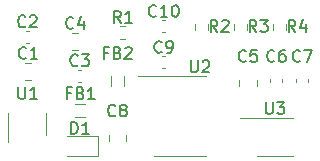
<source format=gto>
G04 #@! TF.GenerationSoftware,KiCad,Pcbnew,5.1.10-88a1d61d58~88~ubuntu20.04.1*
G04 #@! TF.CreationDate,2021-06-12T08:26:13-04:00*
G04 #@! TF.ProjectId,stm32l0_mod_source,73746d33-326c-4305-9f6d-6f645f736f75,rev?*
G04 #@! TF.SameCoordinates,Original*
G04 #@! TF.FileFunction,Legend,Top*
G04 #@! TF.FilePolarity,Positive*
%FSLAX46Y46*%
G04 Gerber Fmt 4.6, Leading zero omitted, Abs format (unit mm)*
G04 Created by KiCad (PCBNEW 5.1.10-88a1d61d58~88~ubuntu20.04.1) date 2021-06-12 08:26:13*
%MOMM*%
%LPD*%
G01*
G04 APERTURE LIST*
%ADD10C,0.120000*%
%ADD11C,0.150000*%
%ADD12O,1.700000X1.700000*%
%ADD13R,1.700000X1.700000*%
%ADD14R,0.600000X0.450000*%
%ADD15R,0.650000X1.060000*%
G04 APERTURE END LIST*
D10*
X94981500Y-48212742D02*
X94981500Y-48687258D01*
X96026500Y-48212742D02*
X96026500Y-48687258D01*
X91679500Y-48213742D02*
X91679500Y-48688258D01*
X92724500Y-48213742D02*
X92724500Y-48688258D01*
X88377500Y-48213742D02*
X88377500Y-48688258D01*
X89422500Y-48213742D02*
X89422500Y-48688258D01*
X82470258Y-48372500D02*
X81995742Y-48372500D01*
X82470258Y-49417500D02*
X81995742Y-49417500D01*
X81053000Y-57584748D02*
X81053000Y-58107252D01*
X82523000Y-57584748D02*
X82523000Y-58107252D01*
X85571420Y-48897000D02*
X85852580Y-48897000D01*
X85571420Y-47877000D02*
X85852580Y-47877000D01*
X85571420Y-51945000D02*
X85852580Y-51945000D01*
X85571420Y-50925000D02*
X85852580Y-50925000D01*
X96899000Y-52805420D02*
X96899000Y-53086580D01*
X97919000Y-52805420D02*
X97919000Y-53086580D01*
X94740000Y-52805420D02*
X94740000Y-53086580D01*
X95760000Y-52805420D02*
X95760000Y-53086580D01*
X92102000Y-52890748D02*
X92102000Y-53413252D01*
X93572000Y-52890748D02*
X93572000Y-53413252D01*
X77970748Y-50392000D02*
X78493252Y-50392000D01*
X77970748Y-48922000D02*
X78493252Y-48922000D01*
X78459420Y-53088000D02*
X78740580Y-53088000D01*
X78459420Y-52068000D02*
X78740580Y-52068000D01*
X74014420Y-49786000D02*
X74295580Y-49786000D01*
X74014420Y-48766000D02*
X74295580Y-48766000D01*
X73972748Y-52932000D02*
X74495252Y-52932000D01*
X73972748Y-51462000D02*
X74495252Y-51462000D01*
X87122000Y-52622000D02*
X83522000Y-52622000D01*
X87122000Y-52622000D02*
X89322000Y-52622000D01*
X87122000Y-59392000D02*
X84922000Y-59392000D01*
X87122000Y-59392000D02*
X89322000Y-59392000D01*
X95123000Y-56175000D02*
X92198000Y-56175000D01*
X95123000Y-56175000D02*
X96623000Y-56175000D01*
X95123000Y-59395000D02*
X93623000Y-59395000D01*
X95123000Y-59395000D02*
X96623000Y-59395000D01*
X80113000Y-59397000D02*
X77563000Y-59397000D01*
X80113000Y-57697000D02*
X77563000Y-57697000D01*
X80113000Y-59397000D02*
X80113000Y-57697000D01*
X72558000Y-55742000D02*
X72558000Y-58192000D01*
X75778000Y-57542000D02*
X75778000Y-55742000D01*
X82348000Y-53405122D02*
X82348000Y-52605878D01*
X81228000Y-53405122D02*
X81228000Y-52605878D01*
X78213378Y-56059000D02*
X79012622Y-56059000D01*
X78213378Y-54939000D02*
X79012622Y-54939000D01*
D11*
X96861333Y-48839380D02*
X96528000Y-48363190D01*
X96289904Y-48839380D02*
X96289904Y-47839380D01*
X96670857Y-47839380D01*
X96766095Y-47887000D01*
X96813714Y-47934619D01*
X96861333Y-48029857D01*
X96861333Y-48172714D01*
X96813714Y-48267952D01*
X96766095Y-48315571D01*
X96670857Y-48363190D01*
X96289904Y-48363190D01*
X97718476Y-48172714D02*
X97718476Y-48839380D01*
X97480380Y-47791761D02*
X97242285Y-48506047D01*
X97861333Y-48506047D01*
X93559333Y-48839380D02*
X93226000Y-48363190D01*
X92987904Y-48839380D02*
X92987904Y-47839380D01*
X93368857Y-47839380D01*
X93464095Y-47887000D01*
X93511714Y-47934619D01*
X93559333Y-48029857D01*
X93559333Y-48172714D01*
X93511714Y-48267952D01*
X93464095Y-48315571D01*
X93368857Y-48363190D01*
X92987904Y-48363190D01*
X93892666Y-47839380D02*
X94511714Y-47839380D01*
X94178380Y-48220333D01*
X94321238Y-48220333D01*
X94416476Y-48267952D01*
X94464095Y-48315571D01*
X94511714Y-48410809D01*
X94511714Y-48648904D01*
X94464095Y-48744142D01*
X94416476Y-48791761D01*
X94321238Y-48839380D01*
X94035523Y-48839380D01*
X93940285Y-48791761D01*
X93892666Y-48744142D01*
X90257333Y-48839380D02*
X89924000Y-48363190D01*
X89685904Y-48839380D02*
X89685904Y-47839380D01*
X90066857Y-47839380D01*
X90162095Y-47887000D01*
X90209714Y-47934619D01*
X90257333Y-48029857D01*
X90257333Y-48172714D01*
X90209714Y-48267952D01*
X90162095Y-48315571D01*
X90066857Y-48363190D01*
X89685904Y-48363190D01*
X90638285Y-47934619D02*
X90685904Y-47887000D01*
X90781142Y-47839380D01*
X91019238Y-47839380D01*
X91114476Y-47887000D01*
X91162095Y-47934619D01*
X91209714Y-48029857D01*
X91209714Y-48125095D01*
X91162095Y-48267952D01*
X90590666Y-48839380D01*
X91209714Y-48839380D01*
X82066333Y-48077380D02*
X81733000Y-47601190D01*
X81494904Y-48077380D02*
X81494904Y-47077380D01*
X81875857Y-47077380D01*
X81971095Y-47125000D01*
X82018714Y-47172619D01*
X82066333Y-47267857D01*
X82066333Y-47410714D01*
X82018714Y-47505952D01*
X81971095Y-47553571D01*
X81875857Y-47601190D01*
X81494904Y-47601190D01*
X83018714Y-48077380D02*
X82447285Y-48077380D01*
X82733000Y-48077380D02*
X82733000Y-47077380D01*
X82637761Y-47220238D01*
X82542523Y-47315476D01*
X82447285Y-47363095D01*
X81621333Y-55917142D02*
X81573714Y-55964761D01*
X81430857Y-56012380D01*
X81335619Y-56012380D01*
X81192761Y-55964761D01*
X81097523Y-55869523D01*
X81049904Y-55774285D01*
X81002285Y-55583809D01*
X81002285Y-55440952D01*
X81049904Y-55250476D01*
X81097523Y-55155238D01*
X81192761Y-55060000D01*
X81335619Y-55012380D01*
X81430857Y-55012380D01*
X81573714Y-55060000D01*
X81621333Y-55107619D01*
X82192761Y-55440952D02*
X82097523Y-55393333D01*
X82049904Y-55345714D01*
X82002285Y-55250476D01*
X82002285Y-55202857D01*
X82049904Y-55107619D01*
X82097523Y-55060000D01*
X82192761Y-55012380D01*
X82383238Y-55012380D01*
X82478476Y-55060000D01*
X82526095Y-55107619D01*
X82573714Y-55202857D01*
X82573714Y-55250476D01*
X82526095Y-55345714D01*
X82478476Y-55393333D01*
X82383238Y-55440952D01*
X82192761Y-55440952D01*
X82097523Y-55488571D01*
X82049904Y-55536190D01*
X82002285Y-55631428D01*
X82002285Y-55821904D01*
X82049904Y-55917142D01*
X82097523Y-55964761D01*
X82192761Y-56012380D01*
X82383238Y-56012380D01*
X82478476Y-55964761D01*
X82526095Y-55917142D01*
X82573714Y-55821904D01*
X82573714Y-55631428D01*
X82526095Y-55536190D01*
X82478476Y-55488571D01*
X82383238Y-55440952D01*
X85069142Y-47474142D02*
X85021523Y-47521761D01*
X84878666Y-47569380D01*
X84783428Y-47569380D01*
X84640571Y-47521761D01*
X84545333Y-47426523D01*
X84497714Y-47331285D01*
X84450095Y-47140809D01*
X84450095Y-46997952D01*
X84497714Y-46807476D01*
X84545333Y-46712238D01*
X84640571Y-46617000D01*
X84783428Y-46569380D01*
X84878666Y-46569380D01*
X85021523Y-46617000D01*
X85069142Y-46664619D01*
X86021523Y-47569380D02*
X85450095Y-47569380D01*
X85735809Y-47569380D02*
X85735809Y-46569380D01*
X85640571Y-46712238D01*
X85545333Y-46807476D01*
X85450095Y-46855095D01*
X86640571Y-46569380D02*
X86735809Y-46569380D01*
X86831047Y-46617000D01*
X86878666Y-46664619D01*
X86926285Y-46759857D01*
X86973904Y-46950333D01*
X86973904Y-47188428D01*
X86926285Y-47378904D01*
X86878666Y-47474142D01*
X86831047Y-47521761D01*
X86735809Y-47569380D01*
X86640571Y-47569380D01*
X86545333Y-47521761D01*
X86497714Y-47474142D01*
X86450095Y-47378904D01*
X86402476Y-47188428D01*
X86402476Y-46950333D01*
X86450095Y-46759857D01*
X86497714Y-46664619D01*
X86545333Y-46617000D01*
X86640571Y-46569380D01*
X85545333Y-50522142D02*
X85497714Y-50569761D01*
X85354857Y-50617380D01*
X85259619Y-50617380D01*
X85116761Y-50569761D01*
X85021523Y-50474523D01*
X84973904Y-50379285D01*
X84926285Y-50188809D01*
X84926285Y-50045952D01*
X84973904Y-49855476D01*
X85021523Y-49760238D01*
X85116761Y-49665000D01*
X85259619Y-49617380D01*
X85354857Y-49617380D01*
X85497714Y-49665000D01*
X85545333Y-49712619D01*
X86021523Y-50617380D02*
X86212000Y-50617380D01*
X86307238Y-50569761D01*
X86354857Y-50522142D01*
X86450095Y-50379285D01*
X86497714Y-50188809D01*
X86497714Y-49807857D01*
X86450095Y-49712619D01*
X86402476Y-49665000D01*
X86307238Y-49617380D01*
X86116761Y-49617380D01*
X86021523Y-49665000D01*
X85973904Y-49712619D01*
X85926285Y-49807857D01*
X85926285Y-50045952D01*
X85973904Y-50141190D01*
X86021523Y-50188809D01*
X86116761Y-50236428D01*
X86307238Y-50236428D01*
X86402476Y-50188809D01*
X86450095Y-50141190D01*
X86497714Y-50045952D01*
X97242333Y-51284142D02*
X97194714Y-51331761D01*
X97051857Y-51379380D01*
X96956619Y-51379380D01*
X96813761Y-51331761D01*
X96718523Y-51236523D01*
X96670904Y-51141285D01*
X96623285Y-50950809D01*
X96623285Y-50807952D01*
X96670904Y-50617476D01*
X96718523Y-50522238D01*
X96813761Y-50427000D01*
X96956619Y-50379380D01*
X97051857Y-50379380D01*
X97194714Y-50427000D01*
X97242333Y-50474619D01*
X97575666Y-50379380D02*
X98242333Y-50379380D01*
X97813761Y-51379380D01*
X95083333Y-51284142D02*
X95035714Y-51331761D01*
X94892857Y-51379380D01*
X94797619Y-51379380D01*
X94654761Y-51331761D01*
X94559523Y-51236523D01*
X94511904Y-51141285D01*
X94464285Y-50950809D01*
X94464285Y-50807952D01*
X94511904Y-50617476D01*
X94559523Y-50522238D01*
X94654761Y-50427000D01*
X94797619Y-50379380D01*
X94892857Y-50379380D01*
X95035714Y-50427000D01*
X95083333Y-50474619D01*
X95940476Y-50379380D02*
X95750000Y-50379380D01*
X95654761Y-50427000D01*
X95607142Y-50474619D01*
X95511904Y-50617476D01*
X95464285Y-50807952D01*
X95464285Y-51188904D01*
X95511904Y-51284142D01*
X95559523Y-51331761D01*
X95654761Y-51379380D01*
X95845238Y-51379380D01*
X95940476Y-51331761D01*
X95988095Y-51284142D01*
X96035714Y-51188904D01*
X96035714Y-50950809D01*
X95988095Y-50855571D01*
X95940476Y-50807952D01*
X95845238Y-50760333D01*
X95654761Y-50760333D01*
X95559523Y-50807952D01*
X95511904Y-50855571D01*
X95464285Y-50950809D01*
X92670333Y-51284142D02*
X92622714Y-51331761D01*
X92479857Y-51379380D01*
X92384619Y-51379380D01*
X92241761Y-51331761D01*
X92146523Y-51236523D01*
X92098904Y-51141285D01*
X92051285Y-50950809D01*
X92051285Y-50807952D01*
X92098904Y-50617476D01*
X92146523Y-50522238D01*
X92241761Y-50427000D01*
X92384619Y-50379380D01*
X92479857Y-50379380D01*
X92622714Y-50427000D01*
X92670333Y-50474619D01*
X93575095Y-50379380D02*
X93098904Y-50379380D01*
X93051285Y-50855571D01*
X93098904Y-50807952D01*
X93194142Y-50760333D01*
X93432238Y-50760333D01*
X93527476Y-50807952D01*
X93575095Y-50855571D01*
X93622714Y-50950809D01*
X93622714Y-51188904D01*
X93575095Y-51284142D01*
X93527476Y-51331761D01*
X93432238Y-51379380D01*
X93194142Y-51379380D01*
X93098904Y-51331761D01*
X93051285Y-51284142D01*
X78065333Y-48490142D02*
X78017714Y-48537761D01*
X77874857Y-48585380D01*
X77779619Y-48585380D01*
X77636761Y-48537761D01*
X77541523Y-48442523D01*
X77493904Y-48347285D01*
X77446285Y-48156809D01*
X77446285Y-48013952D01*
X77493904Y-47823476D01*
X77541523Y-47728238D01*
X77636761Y-47633000D01*
X77779619Y-47585380D01*
X77874857Y-47585380D01*
X78017714Y-47633000D01*
X78065333Y-47680619D01*
X78922476Y-47918714D02*
X78922476Y-48585380D01*
X78684380Y-47537761D02*
X78446285Y-48252047D01*
X79065333Y-48252047D01*
X78433333Y-51665142D02*
X78385714Y-51712761D01*
X78242857Y-51760380D01*
X78147619Y-51760380D01*
X78004761Y-51712761D01*
X77909523Y-51617523D01*
X77861904Y-51522285D01*
X77814285Y-51331809D01*
X77814285Y-51188952D01*
X77861904Y-50998476D01*
X77909523Y-50903238D01*
X78004761Y-50808000D01*
X78147619Y-50760380D01*
X78242857Y-50760380D01*
X78385714Y-50808000D01*
X78433333Y-50855619D01*
X78766666Y-50760380D02*
X79385714Y-50760380D01*
X79052380Y-51141333D01*
X79195238Y-51141333D01*
X79290476Y-51188952D01*
X79338095Y-51236571D01*
X79385714Y-51331809D01*
X79385714Y-51569904D01*
X79338095Y-51665142D01*
X79290476Y-51712761D01*
X79195238Y-51760380D01*
X78909523Y-51760380D01*
X78814285Y-51712761D01*
X78766666Y-51665142D01*
X74001333Y-48363142D02*
X73953714Y-48410761D01*
X73810857Y-48458380D01*
X73715619Y-48458380D01*
X73572761Y-48410761D01*
X73477523Y-48315523D01*
X73429904Y-48220285D01*
X73382285Y-48029809D01*
X73382285Y-47886952D01*
X73429904Y-47696476D01*
X73477523Y-47601238D01*
X73572761Y-47506000D01*
X73715619Y-47458380D01*
X73810857Y-47458380D01*
X73953714Y-47506000D01*
X74001333Y-47553619D01*
X74382285Y-47553619D02*
X74429904Y-47506000D01*
X74525142Y-47458380D01*
X74763238Y-47458380D01*
X74858476Y-47506000D01*
X74906095Y-47553619D01*
X74953714Y-47648857D01*
X74953714Y-47744095D01*
X74906095Y-47886952D01*
X74334666Y-48458380D01*
X74953714Y-48458380D01*
X74067333Y-51030142D02*
X74019714Y-51077761D01*
X73876857Y-51125380D01*
X73781619Y-51125380D01*
X73638761Y-51077761D01*
X73543523Y-50982523D01*
X73495904Y-50887285D01*
X73448285Y-50696809D01*
X73448285Y-50553952D01*
X73495904Y-50363476D01*
X73543523Y-50268238D01*
X73638761Y-50173000D01*
X73781619Y-50125380D01*
X73876857Y-50125380D01*
X74019714Y-50173000D01*
X74067333Y-50220619D01*
X75019714Y-51125380D02*
X74448285Y-51125380D01*
X74734000Y-51125380D02*
X74734000Y-50125380D01*
X74638761Y-50268238D01*
X74543523Y-50363476D01*
X74448285Y-50411095D01*
X88011095Y-51268380D02*
X88011095Y-52077904D01*
X88058714Y-52173142D01*
X88106333Y-52220761D01*
X88201571Y-52268380D01*
X88392047Y-52268380D01*
X88487285Y-52220761D01*
X88534904Y-52173142D01*
X88582523Y-52077904D01*
X88582523Y-51268380D01*
X89011095Y-51363619D02*
X89058714Y-51316000D01*
X89153952Y-51268380D01*
X89392047Y-51268380D01*
X89487285Y-51316000D01*
X89534904Y-51363619D01*
X89582523Y-51458857D01*
X89582523Y-51554095D01*
X89534904Y-51696952D01*
X88963476Y-52268380D01*
X89582523Y-52268380D01*
X94361095Y-54787380D02*
X94361095Y-55596904D01*
X94408714Y-55692142D01*
X94456333Y-55739761D01*
X94551571Y-55787380D01*
X94742047Y-55787380D01*
X94837285Y-55739761D01*
X94884904Y-55692142D01*
X94932523Y-55596904D01*
X94932523Y-54787380D01*
X95313476Y-54787380D02*
X95932523Y-54787380D01*
X95599190Y-55168333D01*
X95742047Y-55168333D01*
X95837285Y-55215952D01*
X95884904Y-55263571D01*
X95932523Y-55358809D01*
X95932523Y-55596904D01*
X95884904Y-55692142D01*
X95837285Y-55739761D01*
X95742047Y-55787380D01*
X95456333Y-55787380D01*
X95361095Y-55739761D01*
X95313476Y-55692142D01*
X77874904Y-57475380D02*
X77874904Y-56475380D01*
X78113000Y-56475380D01*
X78255857Y-56523000D01*
X78351095Y-56618238D01*
X78398714Y-56713476D01*
X78446333Y-56903952D01*
X78446333Y-57046809D01*
X78398714Y-57237285D01*
X78351095Y-57332523D01*
X78255857Y-57427761D01*
X78113000Y-57475380D01*
X77874904Y-57475380D01*
X79398714Y-57475380D02*
X78827285Y-57475380D01*
X79113000Y-57475380D02*
X79113000Y-56475380D01*
X79017761Y-56618238D01*
X78922523Y-56713476D01*
X78827285Y-56761095D01*
X73406095Y-53511380D02*
X73406095Y-54320904D01*
X73453714Y-54416142D01*
X73501333Y-54463761D01*
X73596571Y-54511380D01*
X73787047Y-54511380D01*
X73882285Y-54463761D01*
X73929904Y-54416142D01*
X73977523Y-54320904D01*
X73977523Y-53511380D01*
X74977523Y-54511380D02*
X74406095Y-54511380D01*
X74691809Y-54511380D02*
X74691809Y-53511380D01*
X74596571Y-53654238D01*
X74501333Y-53749476D01*
X74406095Y-53797095D01*
X80954666Y-50601571D02*
X80621333Y-50601571D01*
X80621333Y-51125380D02*
X80621333Y-50125380D01*
X81097523Y-50125380D01*
X81811809Y-50601571D02*
X81954666Y-50649190D01*
X82002285Y-50696809D01*
X82049904Y-50792047D01*
X82049904Y-50934904D01*
X82002285Y-51030142D01*
X81954666Y-51077761D01*
X81859428Y-51125380D01*
X81478476Y-51125380D01*
X81478476Y-50125380D01*
X81811809Y-50125380D01*
X81907047Y-50173000D01*
X81954666Y-50220619D01*
X82002285Y-50315857D01*
X82002285Y-50411095D01*
X81954666Y-50506333D01*
X81907047Y-50553952D01*
X81811809Y-50601571D01*
X81478476Y-50601571D01*
X82430857Y-50220619D02*
X82478476Y-50173000D01*
X82573714Y-50125380D01*
X82811809Y-50125380D01*
X82907047Y-50173000D01*
X82954666Y-50220619D01*
X83002285Y-50315857D01*
X83002285Y-50411095D01*
X82954666Y-50553952D01*
X82383238Y-51125380D01*
X83002285Y-51125380D01*
X77826166Y-54030571D02*
X77492833Y-54030571D01*
X77492833Y-54554380D02*
X77492833Y-53554380D01*
X77969023Y-53554380D01*
X78683309Y-54030571D02*
X78826166Y-54078190D01*
X78873785Y-54125809D01*
X78921404Y-54221047D01*
X78921404Y-54363904D01*
X78873785Y-54459142D01*
X78826166Y-54506761D01*
X78730928Y-54554380D01*
X78349976Y-54554380D01*
X78349976Y-53554380D01*
X78683309Y-53554380D01*
X78778547Y-53602000D01*
X78826166Y-53649619D01*
X78873785Y-53744857D01*
X78873785Y-53840095D01*
X78826166Y-53935333D01*
X78778547Y-53982952D01*
X78683309Y-54030571D01*
X78349976Y-54030571D01*
X79873785Y-54554380D02*
X79302357Y-54554380D01*
X79588071Y-54554380D02*
X79588071Y-53554380D01*
X79492833Y-53697238D01*
X79397595Y-53792476D01*
X79302357Y-53840095D01*
%LPC*%
D12*
X96520000Y-60960000D03*
X93980000Y-60960000D03*
X91440000Y-60960000D03*
X88900000Y-60960000D03*
X86360000Y-60960000D03*
X83820000Y-60960000D03*
X81280000Y-60960000D03*
X78740000Y-60960000D03*
X76200000Y-60960000D03*
D13*
X73660000Y-60960000D03*
G36*
G01*
X95229000Y-48875000D02*
X95779000Y-48875000D01*
G75*
G02*
X95979000Y-49075000I0J-200000D01*
G01*
X95979000Y-49475000D01*
G75*
G02*
X95779000Y-49675000I-200000J0D01*
G01*
X95229000Y-49675000D01*
G75*
G02*
X95029000Y-49475000I0J200000D01*
G01*
X95029000Y-49075000D01*
G75*
G02*
X95229000Y-48875000I200000J0D01*
G01*
G37*
G36*
G01*
X95229000Y-47225000D02*
X95779000Y-47225000D01*
G75*
G02*
X95979000Y-47425000I0J-200000D01*
G01*
X95979000Y-47825000D01*
G75*
G02*
X95779000Y-48025000I-200000J0D01*
G01*
X95229000Y-48025000D01*
G75*
G02*
X95029000Y-47825000I0J200000D01*
G01*
X95029000Y-47425000D01*
G75*
G02*
X95229000Y-47225000I200000J0D01*
G01*
G37*
G36*
G01*
X91927000Y-48876000D02*
X92477000Y-48876000D01*
G75*
G02*
X92677000Y-49076000I0J-200000D01*
G01*
X92677000Y-49476000D01*
G75*
G02*
X92477000Y-49676000I-200000J0D01*
G01*
X91927000Y-49676000D01*
G75*
G02*
X91727000Y-49476000I0J200000D01*
G01*
X91727000Y-49076000D01*
G75*
G02*
X91927000Y-48876000I200000J0D01*
G01*
G37*
G36*
G01*
X91927000Y-47226000D02*
X92477000Y-47226000D01*
G75*
G02*
X92677000Y-47426000I0J-200000D01*
G01*
X92677000Y-47826000D01*
G75*
G02*
X92477000Y-48026000I-200000J0D01*
G01*
X91927000Y-48026000D01*
G75*
G02*
X91727000Y-47826000I0J200000D01*
G01*
X91727000Y-47426000D01*
G75*
G02*
X91927000Y-47226000I200000J0D01*
G01*
G37*
G36*
G01*
X88625000Y-48876000D02*
X89175000Y-48876000D01*
G75*
G02*
X89375000Y-49076000I0J-200000D01*
G01*
X89375000Y-49476000D01*
G75*
G02*
X89175000Y-49676000I-200000J0D01*
G01*
X88625000Y-49676000D01*
G75*
G02*
X88425000Y-49476000I0J200000D01*
G01*
X88425000Y-49076000D01*
G75*
G02*
X88625000Y-48876000I200000J0D01*
G01*
G37*
G36*
G01*
X88625000Y-47226000D02*
X89175000Y-47226000D01*
G75*
G02*
X89375000Y-47426000I0J-200000D01*
G01*
X89375000Y-47826000D01*
G75*
G02*
X89175000Y-48026000I-200000J0D01*
G01*
X88625000Y-48026000D01*
G75*
G02*
X88425000Y-47826000I0J200000D01*
G01*
X88425000Y-47426000D01*
G75*
G02*
X88625000Y-47226000I200000J0D01*
G01*
G37*
G36*
G01*
X81808000Y-48620000D02*
X81808000Y-49170000D01*
G75*
G02*
X81608000Y-49370000I-200000J0D01*
G01*
X81208000Y-49370000D01*
G75*
G02*
X81008000Y-49170000I0J200000D01*
G01*
X81008000Y-48620000D01*
G75*
G02*
X81208000Y-48420000I200000J0D01*
G01*
X81608000Y-48420000D01*
G75*
G02*
X81808000Y-48620000I0J-200000D01*
G01*
G37*
G36*
G01*
X83458000Y-48620000D02*
X83458000Y-49170000D01*
G75*
G02*
X83258000Y-49370000I-200000J0D01*
G01*
X82858000Y-49370000D01*
G75*
G02*
X82658000Y-49170000I0J200000D01*
G01*
X82658000Y-48620000D01*
G75*
G02*
X82858000Y-48420000I200000J0D01*
G01*
X83258000Y-48420000D01*
G75*
G02*
X83458000Y-48620000I0J-200000D01*
G01*
G37*
G36*
G01*
X81313000Y-58296000D02*
X82263000Y-58296000D01*
G75*
G02*
X82513000Y-58546000I0J-250000D01*
G01*
X82513000Y-59046000D01*
G75*
G02*
X82263000Y-59296000I-250000J0D01*
G01*
X81313000Y-59296000D01*
G75*
G02*
X81063000Y-59046000I0J250000D01*
G01*
X81063000Y-58546000D01*
G75*
G02*
X81313000Y-58296000I250000J0D01*
G01*
G37*
G36*
G01*
X81313000Y-56396000D02*
X82263000Y-56396000D01*
G75*
G02*
X82513000Y-56646000I0J-250000D01*
G01*
X82513000Y-57146000D01*
G75*
G02*
X82263000Y-57396000I-250000J0D01*
G01*
X81313000Y-57396000D01*
G75*
G02*
X81063000Y-57146000I0J250000D01*
G01*
X81063000Y-56646000D01*
G75*
G02*
X81313000Y-56396000I250000J0D01*
G01*
G37*
G36*
G01*
X86037000Y-48637000D02*
X86037000Y-48137000D01*
G75*
G02*
X86262000Y-47912000I225000J0D01*
G01*
X86712000Y-47912000D01*
G75*
G02*
X86937000Y-48137000I0J-225000D01*
G01*
X86937000Y-48637000D01*
G75*
G02*
X86712000Y-48862000I-225000J0D01*
G01*
X86262000Y-48862000D01*
G75*
G02*
X86037000Y-48637000I0J225000D01*
G01*
G37*
G36*
G01*
X84487000Y-48637000D02*
X84487000Y-48137000D01*
G75*
G02*
X84712000Y-47912000I225000J0D01*
G01*
X85162000Y-47912000D01*
G75*
G02*
X85387000Y-48137000I0J-225000D01*
G01*
X85387000Y-48637000D01*
G75*
G02*
X85162000Y-48862000I-225000J0D01*
G01*
X84712000Y-48862000D01*
G75*
G02*
X84487000Y-48637000I0J225000D01*
G01*
G37*
G36*
G01*
X86037000Y-51685000D02*
X86037000Y-51185000D01*
G75*
G02*
X86262000Y-50960000I225000J0D01*
G01*
X86712000Y-50960000D01*
G75*
G02*
X86937000Y-51185000I0J-225000D01*
G01*
X86937000Y-51685000D01*
G75*
G02*
X86712000Y-51910000I-225000J0D01*
G01*
X86262000Y-51910000D01*
G75*
G02*
X86037000Y-51685000I0J225000D01*
G01*
G37*
G36*
G01*
X84487000Y-51685000D02*
X84487000Y-51185000D01*
G75*
G02*
X84712000Y-50960000I225000J0D01*
G01*
X85162000Y-50960000D01*
G75*
G02*
X85387000Y-51185000I0J-225000D01*
G01*
X85387000Y-51685000D01*
G75*
G02*
X85162000Y-51910000I-225000J0D01*
G01*
X84712000Y-51910000D01*
G75*
G02*
X84487000Y-51685000I0J225000D01*
G01*
G37*
G36*
G01*
X97159000Y-53271000D02*
X97659000Y-53271000D01*
G75*
G02*
X97884000Y-53496000I0J-225000D01*
G01*
X97884000Y-53946000D01*
G75*
G02*
X97659000Y-54171000I-225000J0D01*
G01*
X97159000Y-54171000D01*
G75*
G02*
X96934000Y-53946000I0J225000D01*
G01*
X96934000Y-53496000D01*
G75*
G02*
X97159000Y-53271000I225000J0D01*
G01*
G37*
G36*
G01*
X97159000Y-51721000D02*
X97659000Y-51721000D01*
G75*
G02*
X97884000Y-51946000I0J-225000D01*
G01*
X97884000Y-52396000D01*
G75*
G02*
X97659000Y-52621000I-225000J0D01*
G01*
X97159000Y-52621000D01*
G75*
G02*
X96934000Y-52396000I0J225000D01*
G01*
X96934000Y-51946000D01*
G75*
G02*
X97159000Y-51721000I225000J0D01*
G01*
G37*
G36*
G01*
X95000000Y-53271000D02*
X95500000Y-53271000D01*
G75*
G02*
X95725000Y-53496000I0J-225000D01*
G01*
X95725000Y-53946000D01*
G75*
G02*
X95500000Y-54171000I-225000J0D01*
G01*
X95000000Y-54171000D01*
G75*
G02*
X94775000Y-53946000I0J225000D01*
G01*
X94775000Y-53496000D01*
G75*
G02*
X95000000Y-53271000I225000J0D01*
G01*
G37*
G36*
G01*
X95000000Y-51721000D02*
X95500000Y-51721000D01*
G75*
G02*
X95725000Y-51946000I0J-225000D01*
G01*
X95725000Y-52396000D01*
G75*
G02*
X95500000Y-52621000I-225000J0D01*
G01*
X95000000Y-52621000D01*
G75*
G02*
X94775000Y-52396000I0J225000D01*
G01*
X94775000Y-51946000D01*
G75*
G02*
X95000000Y-51721000I225000J0D01*
G01*
G37*
G36*
G01*
X92362000Y-53602000D02*
X93312000Y-53602000D01*
G75*
G02*
X93562000Y-53852000I0J-250000D01*
G01*
X93562000Y-54352000D01*
G75*
G02*
X93312000Y-54602000I-250000J0D01*
G01*
X92362000Y-54602000D01*
G75*
G02*
X92112000Y-54352000I0J250000D01*
G01*
X92112000Y-53852000D01*
G75*
G02*
X92362000Y-53602000I250000J0D01*
G01*
G37*
G36*
G01*
X92362000Y-51702000D02*
X93312000Y-51702000D01*
G75*
G02*
X93562000Y-51952000I0J-250000D01*
G01*
X93562000Y-52452000D01*
G75*
G02*
X93312000Y-52702000I-250000J0D01*
G01*
X92362000Y-52702000D01*
G75*
G02*
X92112000Y-52452000I0J250000D01*
G01*
X92112000Y-51952000D01*
G75*
G02*
X92362000Y-51702000I250000J0D01*
G01*
G37*
G36*
G01*
X78682000Y-50132000D02*
X78682000Y-49182000D01*
G75*
G02*
X78932000Y-48932000I250000J0D01*
G01*
X79432000Y-48932000D01*
G75*
G02*
X79682000Y-49182000I0J-250000D01*
G01*
X79682000Y-50132000D01*
G75*
G02*
X79432000Y-50382000I-250000J0D01*
G01*
X78932000Y-50382000D01*
G75*
G02*
X78682000Y-50132000I0J250000D01*
G01*
G37*
G36*
G01*
X76782000Y-50132000D02*
X76782000Y-49182000D01*
G75*
G02*
X77032000Y-48932000I250000J0D01*
G01*
X77532000Y-48932000D01*
G75*
G02*
X77782000Y-49182000I0J-250000D01*
G01*
X77782000Y-50132000D01*
G75*
G02*
X77532000Y-50382000I-250000J0D01*
G01*
X77032000Y-50382000D01*
G75*
G02*
X76782000Y-50132000I0J250000D01*
G01*
G37*
G36*
G01*
X78925000Y-52828000D02*
X78925000Y-52328000D01*
G75*
G02*
X79150000Y-52103000I225000J0D01*
G01*
X79600000Y-52103000D01*
G75*
G02*
X79825000Y-52328000I0J-225000D01*
G01*
X79825000Y-52828000D01*
G75*
G02*
X79600000Y-53053000I-225000J0D01*
G01*
X79150000Y-53053000D01*
G75*
G02*
X78925000Y-52828000I0J225000D01*
G01*
G37*
G36*
G01*
X77375000Y-52828000D02*
X77375000Y-52328000D01*
G75*
G02*
X77600000Y-52103000I225000J0D01*
G01*
X78050000Y-52103000D01*
G75*
G02*
X78275000Y-52328000I0J-225000D01*
G01*
X78275000Y-52828000D01*
G75*
G02*
X78050000Y-53053000I-225000J0D01*
G01*
X77600000Y-53053000D01*
G75*
G02*
X77375000Y-52828000I0J225000D01*
G01*
G37*
G36*
G01*
X74480000Y-49526000D02*
X74480000Y-49026000D01*
G75*
G02*
X74705000Y-48801000I225000J0D01*
G01*
X75155000Y-48801000D01*
G75*
G02*
X75380000Y-49026000I0J-225000D01*
G01*
X75380000Y-49526000D01*
G75*
G02*
X75155000Y-49751000I-225000J0D01*
G01*
X74705000Y-49751000D01*
G75*
G02*
X74480000Y-49526000I0J225000D01*
G01*
G37*
G36*
G01*
X72930000Y-49526000D02*
X72930000Y-49026000D01*
G75*
G02*
X73155000Y-48801000I225000J0D01*
G01*
X73605000Y-48801000D01*
G75*
G02*
X73830000Y-49026000I0J-225000D01*
G01*
X73830000Y-49526000D01*
G75*
G02*
X73605000Y-49751000I-225000J0D01*
G01*
X73155000Y-49751000D01*
G75*
G02*
X72930000Y-49526000I0J225000D01*
G01*
G37*
G36*
G01*
X74684000Y-52672000D02*
X74684000Y-51722000D01*
G75*
G02*
X74934000Y-51472000I250000J0D01*
G01*
X75434000Y-51472000D01*
G75*
G02*
X75684000Y-51722000I0J-250000D01*
G01*
X75684000Y-52672000D01*
G75*
G02*
X75434000Y-52922000I-250000J0D01*
G01*
X74934000Y-52922000D01*
G75*
G02*
X74684000Y-52672000I0J250000D01*
G01*
G37*
G36*
G01*
X72784000Y-52672000D02*
X72784000Y-51722000D01*
G75*
G02*
X73034000Y-51472000I250000J0D01*
G01*
X73534000Y-51472000D01*
G75*
G02*
X73784000Y-51722000I0J-250000D01*
G01*
X73784000Y-52672000D01*
G75*
G02*
X73534000Y-52922000I-250000J0D01*
G01*
X73034000Y-52922000D01*
G75*
G02*
X72784000Y-52672000I0J250000D01*
G01*
G37*
G36*
G01*
X89247000Y-53182000D02*
X89247000Y-52982000D01*
G75*
G02*
X89347000Y-52882000I100000J0D01*
G01*
X90622000Y-52882000D01*
G75*
G02*
X90722000Y-52982000I0J-100000D01*
G01*
X90722000Y-53182000D01*
G75*
G02*
X90622000Y-53282000I-100000J0D01*
G01*
X89347000Y-53282000D01*
G75*
G02*
X89247000Y-53182000I0J100000D01*
G01*
G37*
G36*
G01*
X89247000Y-53832000D02*
X89247000Y-53632000D01*
G75*
G02*
X89347000Y-53532000I100000J0D01*
G01*
X90622000Y-53532000D01*
G75*
G02*
X90722000Y-53632000I0J-100000D01*
G01*
X90722000Y-53832000D01*
G75*
G02*
X90622000Y-53932000I-100000J0D01*
G01*
X89347000Y-53932000D01*
G75*
G02*
X89247000Y-53832000I0J100000D01*
G01*
G37*
G36*
G01*
X89247000Y-54482000D02*
X89247000Y-54282000D01*
G75*
G02*
X89347000Y-54182000I100000J0D01*
G01*
X90622000Y-54182000D01*
G75*
G02*
X90722000Y-54282000I0J-100000D01*
G01*
X90722000Y-54482000D01*
G75*
G02*
X90622000Y-54582000I-100000J0D01*
G01*
X89347000Y-54582000D01*
G75*
G02*
X89247000Y-54482000I0J100000D01*
G01*
G37*
G36*
G01*
X89247000Y-55132000D02*
X89247000Y-54932000D01*
G75*
G02*
X89347000Y-54832000I100000J0D01*
G01*
X90622000Y-54832000D01*
G75*
G02*
X90722000Y-54932000I0J-100000D01*
G01*
X90722000Y-55132000D01*
G75*
G02*
X90622000Y-55232000I-100000J0D01*
G01*
X89347000Y-55232000D01*
G75*
G02*
X89247000Y-55132000I0J100000D01*
G01*
G37*
G36*
G01*
X89247000Y-55782000D02*
X89247000Y-55582000D01*
G75*
G02*
X89347000Y-55482000I100000J0D01*
G01*
X90622000Y-55482000D01*
G75*
G02*
X90722000Y-55582000I0J-100000D01*
G01*
X90722000Y-55782000D01*
G75*
G02*
X90622000Y-55882000I-100000J0D01*
G01*
X89347000Y-55882000D01*
G75*
G02*
X89247000Y-55782000I0J100000D01*
G01*
G37*
G36*
G01*
X89247000Y-56432000D02*
X89247000Y-56232000D01*
G75*
G02*
X89347000Y-56132000I100000J0D01*
G01*
X90622000Y-56132000D01*
G75*
G02*
X90722000Y-56232000I0J-100000D01*
G01*
X90722000Y-56432000D01*
G75*
G02*
X90622000Y-56532000I-100000J0D01*
G01*
X89347000Y-56532000D01*
G75*
G02*
X89247000Y-56432000I0J100000D01*
G01*
G37*
G36*
G01*
X89247000Y-57082000D02*
X89247000Y-56882000D01*
G75*
G02*
X89347000Y-56782000I100000J0D01*
G01*
X90622000Y-56782000D01*
G75*
G02*
X90722000Y-56882000I0J-100000D01*
G01*
X90722000Y-57082000D01*
G75*
G02*
X90622000Y-57182000I-100000J0D01*
G01*
X89347000Y-57182000D01*
G75*
G02*
X89247000Y-57082000I0J100000D01*
G01*
G37*
G36*
G01*
X89247000Y-57732000D02*
X89247000Y-57532000D01*
G75*
G02*
X89347000Y-57432000I100000J0D01*
G01*
X90622000Y-57432000D01*
G75*
G02*
X90722000Y-57532000I0J-100000D01*
G01*
X90722000Y-57732000D01*
G75*
G02*
X90622000Y-57832000I-100000J0D01*
G01*
X89347000Y-57832000D01*
G75*
G02*
X89247000Y-57732000I0J100000D01*
G01*
G37*
G36*
G01*
X89247000Y-58382000D02*
X89247000Y-58182000D01*
G75*
G02*
X89347000Y-58082000I100000J0D01*
G01*
X90622000Y-58082000D01*
G75*
G02*
X90722000Y-58182000I0J-100000D01*
G01*
X90722000Y-58382000D01*
G75*
G02*
X90622000Y-58482000I-100000J0D01*
G01*
X89347000Y-58482000D01*
G75*
G02*
X89247000Y-58382000I0J100000D01*
G01*
G37*
G36*
G01*
X89247000Y-59032000D02*
X89247000Y-58832000D01*
G75*
G02*
X89347000Y-58732000I100000J0D01*
G01*
X90622000Y-58732000D01*
G75*
G02*
X90722000Y-58832000I0J-100000D01*
G01*
X90722000Y-59032000D01*
G75*
G02*
X90622000Y-59132000I-100000J0D01*
G01*
X89347000Y-59132000D01*
G75*
G02*
X89247000Y-59032000I0J100000D01*
G01*
G37*
G36*
G01*
X83522000Y-59032000D02*
X83522000Y-58832000D01*
G75*
G02*
X83622000Y-58732000I100000J0D01*
G01*
X84897000Y-58732000D01*
G75*
G02*
X84997000Y-58832000I0J-100000D01*
G01*
X84997000Y-59032000D01*
G75*
G02*
X84897000Y-59132000I-100000J0D01*
G01*
X83622000Y-59132000D01*
G75*
G02*
X83522000Y-59032000I0J100000D01*
G01*
G37*
G36*
G01*
X83522000Y-58382000D02*
X83522000Y-58182000D01*
G75*
G02*
X83622000Y-58082000I100000J0D01*
G01*
X84897000Y-58082000D01*
G75*
G02*
X84997000Y-58182000I0J-100000D01*
G01*
X84997000Y-58382000D01*
G75*
G02*
X84897000Y-58482000I-100000J0D01*
G01*
X83622000Y-58482000D01*
G75*
G02*
X83522000Y-58382000I0J100000D01*
G01*
G37*
G36*
G01*
X83522000Y-57732000D02*
X83522000Y-57532000D01*
G75*
G02*
X83622000Y-57432000I100000J0D01*
G01*
X84897000Y-57432000D01*
G75*
G02*
X84997000Y-57532000I0J-100000D01*
G01*
X84997000Y-57732000D01*
G75*
G02*
X84897000Y-57832000I-100000J0D01*
G01*
X83622000Y-57832000D01*
G75*
G02*
X83522000Y-57732000I0J100000D01*
G01*
G37*
G36*
G01*
X83522000Y-57082000D02*
X83522000Y-56882000D01*
G75*
G02*
X83622000Y-56782000I100000J0D01*
G01*
X84897000Y-56782000D01*
G75*
G02*
X84997000Y-56882000I0J-100000D01*
G01*
X84997000Y-57082000D01*
G75*
G02*
X84897000Y-57182000I-100000J0D01*
G01*
X83622000Y-57182000D01*
G75*
G02*
X83522000Y-57082000I0J100000D01*
G01*
G37*
G36*
G01*
X83522000Y-56432000D02*
X83522000Y-56232000D01*
G75*
G02*
X83622000Y-56132000I100000J0D01*
G01*
X84897000Y-56132000D01*
G75*
G02*
X84997000Y-56232000I0J-100000D01*
G01*
X84997000Y-56432000D01*
G75*
G02*
X84897000Y-56532000I-100000J0D01*
G01*
X83622000Y-56532000D01*
G75*
G02*
X83522000Y-56432000I0J100000D01*
G01*
G37*
G36*
G01*
X83522000Y-55782000D02*
X83522000Y-55582000D01*
G75*
G02*
X83622000Y-55482000I100000J0D01*
G01*
X84897000Y-55482000D01*
G75*
G02*
X84997000Y-55582000I0J-100000D01*
G01*
X84997000Y-55782000D01*
G75*
G02*
X84897000Y-55882000I-100000J0D01*
G01*
X83622000Y-55882000D01*
G75*
G02*
X83522000Y-55782000I0J100000D01*
G01*
G37*
G36*
G01*
X83522000Y-55132000D02*
X83522000Y-54932000D01*
G75*
G02*
X83622000Y-54832000I100000J0D01*
G01*
X84897000Y-54832000D01*
G75*
G02*
X84997000Y-54932000I0J-100000D01*
G01*
X84997000Y-55132000D01*
G75*
G02*
X84897000Y-55232000I-100000J0D01*
G01*
X83622000Y-55232000D01*
G75*
G02*
X83522000Y-55132000I0J100000D01*
G01*
G37*
G36*
G01*
X83522000Y-54482000D02*
X83522000Y-54282000D01*
G75*
G02*
X83622000Y-54182000I100000J0D01*
G01*
X84897000Y-54182000D01*
G75*
G02*
X84997000Y-54282000I0J-100000D01*
G01*
X84997000Y-54482000D01*
G75*
G02*
X84897000Y-54582000I-100000J0D01*
G01*
X83622000Y-54582000D01*
G75*
G02*
X83522000Y-54482000I0J100000D01*
G01*
G37*
G36*
G01*
X83522000Y-53832000D02*
X83522000Y-53632000D01*
G75*
G02*
X83622000Y-53532000I100000J0D01*
G01*
X84897000Y-53532000D01*
G75*
G02*
X84997000Y-53632000I0J-100000D01*
G01*
X84997000Y-53832000D01*
G75*
G02*
X84897000Y-53932000I-100000J0D01*
G01*
X83622000Y-53932000D01*
G75*
G02*
X83522000Y-53832000I0J100000D01*
G01*
G37*
G36*
G01*
X83522000Y-53182000D02*
X83522000Y-52982000D01*
G75*
G02*
X83622000Y-52882000I100000J0D01*
G01*
X84897000Y-52882000D01*
G75*
G02*
X84997000Y-52982000I0J-100000D01*
G01*
X84997000Y-53182000D01*
G75*
G02*
X84897000Y-53282000I-100000J0D01*
G01*
X83622000Y-53282000D01*
G75*
G02*
X83522000Y-53182000I0J100000D01*
G01*
G37*
G36*
G01*
X96423000Y-56910000D02*
X96423000Y-56710000D01*
G75*
G02*
X96523000Y-56610000I100000J0D01*
G01*
X97948000Y-56610000D01*
G75*
G02*
X98048000Y-56710000I0J-100000D01*
G01*
X98048000Y-56910000D01*
G75*
G02*
X97948000Y-57010000I-100000J0D01*
G01*
X96523000Y-57010000D01*
G75*
G02*
X96423000Y-56910000I0J100000D01*
G01*
G37*
G36*
G01*
X96423000Y-57560000D02*
X96423000Y-57360000D01*
G75*
G02*
X96523000Y-57260000I100000J0D01*
G01*
X97948000Y-57260000D01*
G75*
G02*
X98048000Y-57360000I0J-100000D01*
G01*
X98048000Y-57560000D01*
G75*
G02*
X97948000Y-57660000I-100000J0D01*
G01*
X96523000Y-57660000D01*
G75*
G02*
X96423000Y-57560000I0J100000D01*
G01*
G37*
G36*
G01*
X96423000Y-58210000D02*
X96423000Y-58010000D01*
G75*
G02*
X96523000Y-57910000I100000J0D01*
G01*
X97948000Y-57910000D01*
G75*
G02*
X98048000Y-58010000I0J-100000D01*
G01*
X98048000Y-58210000D01*
G75*
G02*
X97948000Y-58310000I-100000J0D01*
G01*
X96523000Y-58310000D01*
G75*
G02*
X96423000Y-58210000I0J100000D01*
G01*
G37*
G36*
G01*
X96423000Y-58860000D02*
X96423000Y-58660000D01*
G75*
G02*
X96523000Y-58560000I100000J0D01*
G01*
X97948000Y-58560000D01*
G75*
G02*
X98048000Y-58660000I0J-100000D01*
G01*
X98048000Y-58860000D01*
G75*
G02*
X97948000Y-58960000I-100000J0D01*
G01*
X96523000Y-58960000D01*
G75*
G02*
X96423000Y-58860000I0J100000D01*
G01*
G37*
G36*
G01*
X92198000Y-58860000D02*
X92198000Y-58660000D01*
G75*
G02*
X92298000Y-58560000I100000J0D01*
G01*
X93723000Y-58560000D01*
G75*
G02*
X93823000Y-58660000I0J-100000D01*
G01*
X93823000Y-58860000D01*
G75*
G02*
X93723000Y-58960000I-100000J0D01*
G01*
X92298000Y-58960000D01*
G75*
G02*
X92198000Y-58860000I0J100000D01*
G01*
G37*
G36*
G01*
X92198000Y-58210000D02*
X92198000Y-58010000D01*
G75*
G02*
X92298000Y-57910000I100000J0D01*
G01*
X93723000Y-57910000D01*
G75*
G02*
X93823000Y-58010000I0J-100000D01*
G01*
X93823000Y-58210000D01*
G75*
G02*
X93723000Y-58310000I-100000J0D01*
G01*
X92298000Y-58310000D01*
G75*
G02*
X92198000Y-58210000I0J100000D01*
G01*
G37*
G36*
G01*
X92198000Y-57560000D02*
X92198000Y-57360000D01*
G75*
G02*
X92298000Y-57260000I100000J0D01*
G01*
X93723000Y-57260000D01*
G75*
G02*
X93823000Y-57360000I0J-100000D01*
G01*
X93823000Y-57560000D01*
G75*
G02*
X93723000Y-57660000I-100000J0D01*
G01*
X92298000Y-57660000D01*
G75*
G02*
X92198000Y-57560000I0J100000D01*
G01*
G37*
G36*
G01*
X92198000Y-56910000D02*
X92198000Y-56710000D01*
G75*
G02*
X92298000Y-56610000I100000J0D01*
G01*
X93723000Y-56610000D01*
G75*
G02*
X93823000Y-56710000I0J-100000D01*
G01*
X93823000Y-56910000D01*
G75*
G02*
X93723000Y-57010000I-100000J0D01*
G01*
X92298000Y-57010000D01*
G75*
G02*
X92198000Y-56910000I0J100000D01*
G01*
G37*
D14*
X77563000Y-58547000D03*
X79663000Y-58547000D03*
D15*
X73218000Y-55542000D03*
X75118000Y-55542000D03*
X75118000Y-57742000D03*
X74168000Y-57742000D03*
X73218000Y-57742000D03*
G36*
G01*
X82169250Y-52380500D02*
X81406750Y-52380500D01*
G75*
G02*
X81188000Y-52161750I0J218750D01*
G01*
X81188000Y-51724250D01*
G75*
G02*
X81406750Y-51505500I218750J0D01*
G01*
X82169250Y-51505500D01*
G75*
G02*
X82388000Y-51724250I0J-218750D01*
G01*
X82388000Y-52161750D01*
G75*
G02*
X82169250Y-52380500I-218750J0D01*
G01*
G37*
G36*
G01*
X82169250Y-54505500D02*
X81406750Y-54505500D01*
G75*
G02*
X81188000Y-54286750I0J218750D01*
G01*
X81188000Y-53849250D01*
G75*
G02*
X81406750Y-53630500I218750J0D01*
G01*
X82169250Y-53630500D01*
G75*
G02*
X82388000Y-53849250I0J-218750D01*
G01*
X82388000Y-54286750D01*
G75*
G02*
X82169250Y-54505500I-218750J0D01*
G01*
G37*
G36*
G01*
X79238000Y-55880250D02*
X79238000Y-55117750D01*
G75*
G02*
X79456750Y-54899000I218750J0D01*
G01*
X79894250Y-54899000D01*
G75*
G02*
X80113000Y-55117750I0J-218750D01*
G01*
X80113000Y-55880250D01*
G75*
G02*
X79894250Y-56099000I-218750J0D01*
G01*
X79456750Y-56099000D01*
G75*
G02*
X79238000Y-55880250I0J218750D01*
G01*
G37*
G36*
G01*
X77113000Y-55880250D02*
X77113000Y-55117750D01*
G75*
G02*
X77331750Y-54899000I218750J0D01*
G01*
X77769250Y-54899000D01*
G75*
G02*
X77988000Y-55117750I0J-218750D01*
G01*
X77988000Y-55880250D01*
G75*
G02*
X77769250Y-56099000I-218750J0D01*
G01*
X77331750Y-56099000D01*
G75*
G02*
X77113000Y-55880250I0J218750D01*
G01*
G37*
D12*
X96520000Y-45720000D03*
X93980000Y-45720000D03*
X91440000Y-45720000D03*
D13*
X88900000Y-45720000D03*
D12*
X81280000Y-45720000D03*
X78740000Y-45720000D03*
X76200000Y-45720000D03*
D13*
X73660000Y-45720000D03*
M02*

</source>
